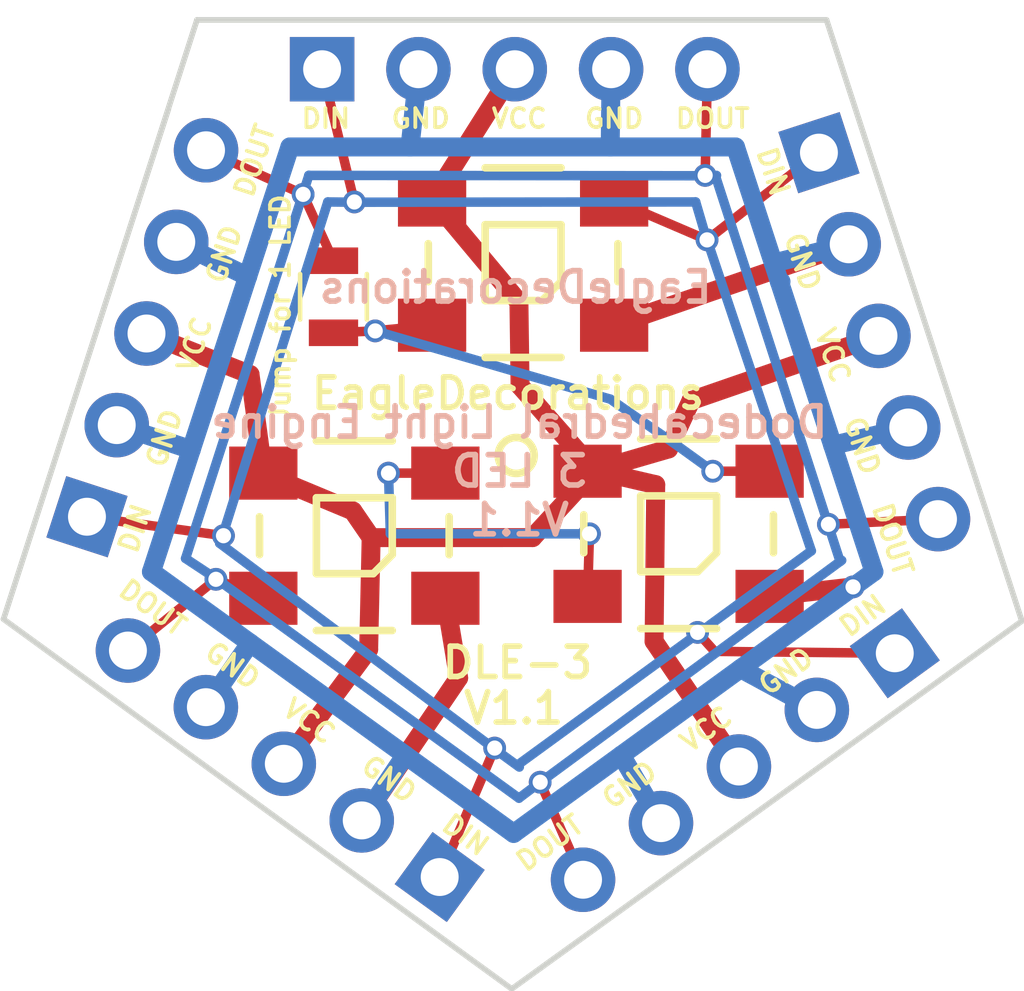
<source format=kicad_pcb>
(kicad_pcb (version 4) (host pcbnew 4.0.7)

  (general
    (links 33)
    (no_connects 0)
    (area 146.324999 81.424999 173.325001 107.125001)
    (thickness 1.6)
    (drawings 13)
    (tracks 136)
    (zones 0)
    (modules 9)
    (nets 7)
  )

  (page A)
  (layers
    (0 F.Cu signal)
    (31 B.Cu signal)
    (32 B.Adhes user)
    (33 F.Adhes user)
    (34 B.Paste user)
    (35 F.Paste user)
    (36 B.SilkS user)
    (37 F.SilkS user)
    (38 B.Mask user)
    (39 F.Mask user)
    (40 Dwgs.User user)
    (41 Cmts.User user)
    (42 Eco1.User user)
    (43 Eco2.User user)
    (44 Edge.Cuts user)
    (45 Margin user)
    (46 B.CrtYd user)
    (47 F.CrtYd user)
    (48 B.Fab user)
    (49 F.Fab user)
  )

  (setup
    (last_trace_width 0.25)
    (user_trace_width 0.5)
    (trace_clearance 0.2)
    (zone_clearance 0.508)
    (zone_45_only no)
    (trace_min 0.2)
    (segment_width 0.2)
    (edge_width 0.15)
    (via_size 0.6)
    (via_drill 0.4)
    (via_min_size 0.4)
    (via_min_drill 0.3)
    (uvia_size 0.3)
    (uvia_drill 0.1)
    (uvias_allowed no)
    (uvia_min_size 0.2)
    (uvia_min_drill 0.1)
    (pcb_text_width 0.3)
    (pcb_text_size 1.5 1.5)
    (mod_edge_width 0.15)
    (mod_text_size 1 1)
    (mod_text_width 0.15)
    (pad_size 1.524 1.524)
    (pad_drill 0.762)
    (pad_to_mask_clearance 0.2)
    (aux_axis_origin 0 0)
    (visible_elements 7FFFEFFF)
    (pcbplotparams
      (layerselection 0x010f0_80000001)
      (usegerberextensions false)
      (excludeedgelayer true)
      (linewidth 0.100000)
      (plotframeref false)
      (viasonmask false)
      (mode 1)
      (useauxorigin false)
      (hpglpennumber 1)
      (hpglpenspeed 20)
      (hpglpendiameter 15)
      (hpglpenoverlay 2)
      (psnegative false)
      (psa4output false)
      (plotreference true)
      (plotvalue true)
      (plotinvisibletext false)
      (padsonsilk false)
      (subtractmaskfromsilk false)
      (outputformat 1)
      (mirror false)
      (drillshape 0)
      (scaleselection 1)
      (outputdirectory Gerbers/))
  )

  (net 0 "")
  (net 1 /VCC)
  (net 2 /GND)
  (net 3 /DOUT)
  (net 4 /DIN)
  (net 5 "Net-(LED1-Pad4)")
  (net 6 "Net-(LED2-Pad4)")

  (net_class Default "This is the default net class."
    (clearance 0.2)
    (trace_width 0.25)
    (via_dia 0.6)
    (via_drill 0.4)
    (uvia_dia 0.3)
    (uvia_drill 0.1)
    (add_net /DIN)
    (add_net /DOUT)
    (add_net /GND)
    (add_net /VCC)
    (add_net "Net-(LED1-Pad4)")
    (add_net "Net-(LED2-Pad4)")
  )

  (module WS2812B:WS2812B (layer F.Cu) (tedit 53BEE615) (tstamp 5A4E61E5)
    (at 160.1 87.9 90)
    (path /5A4E626A)
    (fp_text reference " " (at 0 -4.7 90) (layer F.SilkS)
      (effects (font (size 1 1) (thickness 0.2)))
    )
    (fp_text value " " (at 0 4.8 90) (layer F.SilkS) hide
      (effects (font (size 1 1) (thickness 0.2)))
    )
    (fp_line (start -1 -1) (end 1 -1) (layer F.SilkS) (width 0.2))
    (fp_line (start 1 -1) (end 1 1) (layer F.SilkS) (width 0.2))
    (fp_line (start 1 1) (end -0.5 1) (layer F.SilkS) (width 0.2))
    (fp_line (start -0.5 1) (end -1 0.5) (layer F.SilkS) (width 0.2))
    (fp_line (start -1 0.5) (end -1 -1) (layer F.SilkS) (width 0.2))
    (fp_line (start -2.5 -1) (end -2.5 1) (layer F.SilkS) (width 0.2))
    (fp_line (start -0.5 2.5) (end 0.5 2.5) (layer F.SilkS) (width 0.2))
    (fp_line (start 2.5 -1) (end 2.5 1) (layer F.SilkS) (width 0.2))
    (fp_line (start -0.5 -2.5) (end 0.5 -2.5) (layer F.SilkS) (width 0.2))
    (fp_line (start 2.1 2.5) (end 2.5 2.5) (layer Dwgs.User) (width 0.2))
    (fp_line (start -1.2 2.5) (end 1.2 2.5) (layer Dwgs.User) (width 0.2))
    (fp_line (start -2.5 2.5) (end -2.1 2.5) (layer Dwgs.User) (width 0.2))
    (fp_line (start 2.1 -2.5) (end 2.5 -2.5) (layer Dwgs.User) (width 0.2))
    (fp_line (start -1.2 -2.5) (end 1.2 -2.5) (layer Dwgs.User) (width 0.2))
    (fp_line (start -2.5 -2.5) (end -2.1 -2.5) (layer Dwgs.User) (width 0.2))
    (fp_line (start -2.1 -2.7) (end -1.2 -2.7) (layer Dwgs.User) (width 0.2))
    (fp_line (start -1.2 -2.7) (end -1.2 -1.8) (layer Dwgs.User) (width 0.2))
    (fp_line (start -1.2 -1.8) (end -2.1 -1.8) (layer Dwgs.User) (width 0.2))
    (fp_line (start -2.1 -1.8) (end -2.1 -2.7) (layer Dwgs.User) (width 0.2))
    (fp_line (start 2.1 -2.7) (end 1.2 -2.7) (layer Dwgs.User) (width 0.2))
    (fp_line (start 1.2 -2.7) (end 1.2 -1.8) (layer Dwgs.User) (width 0.2))
    (fp_line (start 1.2 -1.8) (end 2.1 -1.8) (layer Dwgs.User) (width 0.2))
    (fp_line (start 2.1 -1.8) (end 2.1 -2.7) (layer Dwgs.User) (width 0.2))
    (fp_line (start -2.1 2.7) (end -2.1 1.8) (layer Dwgs.User) (width 0.2))
    (fp_line (start -2.1 1.8) (end -1.2 1.8) (layer Dwgs.User) (width 0.2))
    (fp_line (start -1.2 1.8) (end -1.2 2.7) (layer Dwgs.User) (width 0.2))
    (fp_line (start -1.2 2.7) (end -2.1 2.7) (layer Dwgs.User) (width 0.2))
    (fp_line (start 1.2 2.7) (end 1.2 1.8) (layer Dwgs.User) (width 0.2))
    (fp_line (start 1.2 1.8) (end 2.1 1.8) (layer Dwgs.User) (width 0.2))
    (fp_line (start 2.1 1.8) (end 2.1 2.7) (layer Dwgs.User) (width 0.2))
    (fp_line (start 2.1 2.7) (end 1.2 2.7) (layer Dwgs.User) (width 0.2))
    (fp_line (start 2.5 -2.5) (end 2.5 2.5) (layer Dwgs.User) (width 0.2))
    (fp_line (start -2.49936 2.49936) (end -2.49936 -2.49936) (layer Dwgs.User) (width 0.2))
    (pad 1 smd rect (at 1.65 -2.4 90) (size 1.4 1.8) (layers F.Cu F.Paste F.Mask)
      (net 1 /VCC))
    (pad 2 smd rect (at -1.65 -2.4 90) (size 1.4 1.8) (layers F.Cu F.Paste F.Mask)
      (net 6 "Net-(LED2-Pad4)"))
    (pad 3 smd rect (at -1.65 2.4 90) (size 1.4 1.8) (layers F.Cu F.Paste F.Mask)
      (net 2 /GND))
    (pad 4 smd rect (at 1.65 2.4 90) (size 1.4 1.8) (layers F.Cu F.Paste F.Mask)
      (net 4 /DIN))
  )

  (module WS2812B:WS2812B (layer F.Cu) (tedit 53BEE615) (tstamp 5A4E61DD)
    (at 164.2 95.05 90)
    (path /5A4E621B)
    (fp_text reference " " (at 0 -4.7 90) (layer F.SilkS)
      (effects (font (size 1 1) (thickness 0.2)))
    )
    (fp_text value " " (at 0 4.8 90) (layer F.SilkS) hide
      (effects (font (size 1 1) (thickness 0.2)))
    )
    (fp_line (start -1 -1) (end 1 -1) (layer F.SilkS) (width 0.2))
    (fp_line (start 1 -1) (end 1 1) (layer F.SilkS) (width 0.2))
    (fp_line (start 1 1) (end -0.5 1) (layer F.SilkS) (width 0.2))
    (fp_line (start -0.5 1) (end -1 0.5) (layer F.SilkS) (width 0.2))
    (fp_line (start -1 0.5) (end -1 -1) (layer F.SilkS) (width 0.2))
    (fp_line (start -2.5 -1) (end -2.5 1) (layer F.SilkS) (width 0.2))
    (fp_line (start -0.5 2.5) (end 0.5 2.5) (layer F.SilkS) (width 0.2))
    (fp_line (start 2.5 -1) (end 2.5 1) (layer F.SilkS) (width 0.2))
    (fp_line (start -0.5 -2.5) (end 0.5 -2.5) (layer F.SilkS) (width 0.2))
    (fp_line (start 2.1 2.5) (end 2.5 2.5) (layer Dwgs.User) (width 0.2))
    (fp_line (start -1.2 2.5) (end 1.2 2.5) (layer Dwgs.User) (width 0.2))
    (fp_line (start -2.5 2.5) (end -2.1 2.5) (layer Dwgs.User) (width 0.2))
    (fp_line (start 2.1 -2.5) (end 2.5 -2.5) (layer Dwgs.User) (width 0.2))
    (fp_line (start -1.2 -2.5) (end 1.2 -2.5) (layer Dwgs.User) (width 0.2))
    (fp_line (start -2.5 -2.5) (end -2.1 -2.5) (layer Dwgs.User) (width 0.2))
    (fp_line (start -2.1 -2.7) (end -1.2 -2.7) (layer Dwgs.User) (width 0.2))
    (fp_line (start -1.2 -2.7) (end -1.2 -1.8) (layer Dwgs.User) (width 0.2))
    (fp_line (start -1.2 -1.8) (end -2.1 -1.8) (layer Dwgs.User) (width 0.2))
    (fp_line (start -2.1 -1.8) (end -2.1 -2.7) (layer Dwgs.User) (width 0.2))
    (fp_line (start 2.1 -2.7) (end 1.2 -2.7) (layer Dwgs.User) (width 0.2))
    (fp_line (start 1.2 -2.7) (end 1.2 -1.8) (layer Dwgs.User) (width 0.2))
    (fp_line (start 1.2 -1.8) (end 2.1 -1.8) (layer Dwgs.User) (width 0.2))
    (fp_line (start 2.1 -1.8) (end 2.1 -2.7) (layer Dwgs.User) (width 0.2))
    (fp_line (start -2.1 2.7) (end -2.1 1.8) (layer Dwgs.User) (width 0.2))
    (fp_line (start -2.1 1.8) (end -1.2 1.8) (layer Dwgs.User) (width 0.2))
    (fp_line (start -1.2 1.8) (end -1.2 2.7) (layer Dwgs.User) (width 0.2))
    (fp_line (start -1.2 2.7) (end -2.1 2.7) (layer Dwgs.User) (width 0.2))
    (fp_line (start 1.2 2.7) (end 1.2 1.8) (layer Dwgs.User) (width 0.2))
    (fp_line (start 1.2 1.8) (end 2.1 1.8) (layer Dwgs.User) (width 0.2))
    (fp_line (start 2.1 1.8) (end 2.1 2.7) (layer Dwgs.User) (width 0.2))
    (fp_line (start 2.1 2.7) (end 1.2 2.7) (layer Dwgs.User) (width 0.2))
    (fp_line (start 2.5 -2.5) (end 2.5 2.5) (layer Dwgs.User) (width 0.2))
    (fp_line (start -2.49936 2.49936) (end -2.49936 -2.49936) (layer Dwgs.User) (width 0.2))
    (pad 1 smd rect (at 1.65 -2.4 90) (size 1.4 1.8) (layers F.Cu F.Paste F.Mask)
      (net 1 /VCC))
    (pad 2 smd rect (at -1.65 -2.4 90) (size 1.4 1.8) (layers F.Cu F.Paste F.Mask)
      (net 5 "Net-(LED1-Pad4)"))
    (pad 3 smd rect (at -1.65 2.4 90) (size 1.4 1.8) (layers F.Cu F.Paste F.Mask)
      (net 2 /GND))
    (pad 4 smd rect (at 1.65 2.4 90) (size 1.4 1.8) (layers F.Cu F.Paste F.Mask)
      (net 6 "Net-(LED2-Pad4)"))
  )

  (module WS2812B:WS2812B (layer F.Cu) (tedit 53BEE615) (tstamp 5A4E61D5)
    (at 155.65 95.1 90)
    (path /5A494509)
    (fp_text reference " " (at 0 -4.7 90) (layer F.SilkS)
      (effects (font (size 1 1) (thickness 0.2)))
    )
    (fp_text value " " (at 0 4.8 90) (layer F.SilkS) hide
      (effects (font (size 1 1) (thickness 0.2)))
    )
    (fp_line (start -1 -1) (end 1 -1) (layer F.SilkS) (width 0.2))
    (fp_line (start 1 -1) (end 1 1) (layer F.SilkS) (width 0.2))
    (fp_line (start 1 1) (end -0.5 1) (layer F.SilkS) (width 0.2))
    (fp_line (start -0.5 1) (end -1 0.5) (layer F.SilkS) (width 0.2))
    (fp_line (start -1 0.5) (end -1 -1) (layer F.SilkS) (width 0.2))
    (fp_line (start -2.5 -1) (end -2.5 1) (layer F.SilkS) (width 0.2))
    (fp_line (start -0.5 2.5) (end 0.5 2.5) (layer F.SilkS) (width 0.2))
    (fp_line (start 2.5 -1) (end 2.5 1) (layer F.SilkS) (width 0.2))
    (fp_line (start -0.5 -2.5) (end 0.5 -2.5) (layer F.SilkS) (width 0.2))
    (fp_line (start 2.1 2.5) (end 2.5 2.5) (layer Dwgs.User) (width 0.2))
    (fp_line (start -1.2 2.5) (end 1.2 2.5) (layer Dwgs.User) (width 0.2))
    (fp_line (start -2.5 2.5) (end -2.1 2.5) (layer Dwgs.User) (width 0.2))
    (fp_line (start 2.1 -2.5) (end 2.5 -2.5) (layer Dwgs.User) (width 0.2))
    (fp_line (start -1.2 -2.5) (end 1.2 -2.5) (layer Dwgs.User) (width 0.2))
    (fp_line (start -2.5 -2.5) (end -2.1 -2.5) (layer Dwgs.User) (width 0.2))
    (fp_line (start -2.1 -2.7) (end -1.2 -2.7) (layer Dwgs.User) (width 0.2))
    (fp_line (start -1.2 -2.7) (end -1.2 -1.8) (layer Dwgs.User) (width 0.2))
    (fp_line (start -1.2 -1.8) (end -2.1 -1.8) (layer Dwgs.User) (width 0.2))
    (fp_line (start -2.1 -1.8) (end -2.1 -2.7) (layer Dwgs.User) (width 0.2))
    (fp_line (start 2.1 -2.7) (end 1.2 -2.7) (layer Dwgs.User) (width 0.2))
    (fp_line (start 1.2 -2.7) (end 1.2 -1.8) (layer Dwgs.User) (width 0.2))
    (fp_line (start 1.2 -1.8) (end 2.1 -1.8) (layer Dwgs.User) (width 0.2))
    (fp_line (start 2.1 -1.8) (end 2.1 -2.7) (layer Dwgs.User) (width 0.2))
    (fp_line (start -2.1 2.7) (end -2.1 1.8) (layer Dwgs.User) (width 0.2))
    (fp_line (start -2.1 1.8) (end -1.2 1.8) (layer Dwgs.User) (width 0.2))
    (fp_line (start -1.2 1.8) (end -1.2 2.7) (layer Dwgs.User) (width 0.2))
    (fp_line (start -1.2 2.7) (end -2.1 2.7) (layer Dwgs.User) (width 0.2))
    (fp_line (start 1.2 2.7) (end 1.2 1.8) (layer Dwgs.User) (width 0.2))
    (fp_line (start 1.2 1.8) (end 2.1 1.8) (layer Dwgs.User) (width 0.2))
    (fp_line (start 2.1 1.8) (end 2.1 2.7) (layer Dwgs.User) (width 0.2))
    (fp_line (start 2.1 2.7) (end 1.2 2.7) (layer Dwgs.User) (width 0.2))
    (fp_line (start 2.5 -2.5) (end 2.5 2.5) (layer Dwgs.User) (width 0.2))
    (fp_line (start -2.49936 2.49936) (end -2.49936 -2.49936) (layer Dwgs.User) (width 0.2))
    (pad 1 smd rect (at 1.65 -2.4 90) (size 1.4 1.8) (layers F.Cu F.Paste F.Mask)
      (net 1 /VCC))
    (pad 2 smd rect (at -1.65 -2.4 90) (size 1.4 1.8) (layers F.Cu F.Paste F.Mask)
      (net 3 /DOUT))
    (pad 3 smd rect (at -1.65 2.4 90) (size 1.4 1.8) (layers F.Cu F.Paste F.Mask)
      (net 2 /GND))
    (pad 4 smd rect (at 1.65 2.4 90) (size 1.4 1.8) (layers F.Cu F.Paste F.Mask)
      (net 5 "Net-(LED1-Pad4)"))
  )

  (module SmallHeader:Pin_Header_Straight_1x05_Pitch2.54mm (layer F.Cu) (tedit 5A5E4A76) (tstamp 5A4D6E3B)
    (at 148.6 94.6 162)
    (descr "Through hole straight pin header, 1x05, 2.54mm pitch, single row")
    (tags "Through hole pin header THT 1x05 2.54mm single row")
    (path /5A4CFF73)
    (fp_text reference " " (at 0 -2.33 162) (layer F.SilkS)
      (effects (font (size 1 1) (thickness 0.15)))
    )
    (fp_text value " " (at 0 12.49 162) (layer F.Fab)
      (effects (font (size 1 1) (thickness 0.15)))
    )
    (fp_text user GND (at -1.3 2.6 252) (layer F.SilkS)
      (effects (font (size 0.5 0.5) (thickness 0.1)))
    )
    (fp_text user DOUT (at -1.3 10.3 252) (layer F.SilkS)
      (effects (font (size 0.5 0.5) (thickness 0.1)))
    )
    (fp_text user GND (at -1.3 7.7 252) (layer F.SilkS)
      (effects (font (size 0.5 0.5) (thickness 0.1)))
    )
    (fp_text user DIN (at -1.3 0.1 252) (layer F.SilkS)
      (effects (font (size 0.5 0.5) (thickness 0.1)))
    )
    (fp_text user VCC (at -1.3 5.2 252) (layer F.SilkS)
      (effects (font (size 0.5 0.5) (thickness 0.1)))
    )
    (fp_line (start -0.635 -1.27) (end 1.27 -1.27) (layer F.Fab) (width 0.1))
    (fp_line (start 1.27 -1.27) (end 1.27 11.43) (layer F.Fab) (width 0.1))
    (fp_line (start 1.27 11.43) (end -1.27 11.43) (layer F.Fab) (width 0.1))
    (fp_line (start -1.27 11.43) (end -1.27 -0.635) (layer F.Fab) (width 0.1))
    (fp_line (start -1.27 -0.635) (end -0.635 -1.27) (layer F.Fab) (width 0.1))
    (fp_line (start -1.8 -1.8) (end -1.8 11.95) (layer F.CrtYd) (width 0.05))
    (fp_line (start -1.8 11.95) (end 1.8 11.95) (layer F.CrtYd) (width 0.05))
    (fp_line (start 1.8 11.95) (end 1.8 -1.8) (layer F.CrtYd) (width 0.05))
    (fp_line (start 1.8 -1.8) (end -1.8 -1.8) (layer F.CrtYd) (width 0.05))
    (fp_text user %R (at 0 5.08 252) (layer F.Fab)
      (effects (font (size 1 1) (thickness 0.15)))
    )
    (pad 1 thru_hole rect (at 0 0 162) (size 1.7 1.7) (drill 1) (layers *.Cu *.Mask)
      (net 4 /DIN))
    (pad 2 thru_hole oval (at 0 2.54 162) (size 1.7 1.7) (drill 1) (layers *.Cu *.Mask)
      (net 2 /GND))
    (pad 3 thru_hole oval (at 0 5.08 162) (size 1.7 1.7) (drill 1) (layers *.Cu *.Mask)
      (net 1 /VCC))
    (pad 4 thru_hole oval (at 0 7.62 162) (size 1.7 1.7) (drill 1) (layers *.Cu *.Mask)
      (net 2 /GND))
    (pad 5 thru_hole oval (at 0 10.16 162) (size 1.7 1.7) (drill 1) (layers *.Cu *.Mask)
      (net 3 /DOUT))
    (model ${KISYS3DMOD}/Pin_Headers.3dshapes/Pin_Header_Straight_1x05_Pitch2.54mm.wrl
      (at (xyz 0 0 0))
      (scale (xyz 1 1 1))
      (rotate (xyz 0 0 0))
    )
  )

  (module SmallHeader:Pin_Header_Straight_1x05_Pitch2.54mm (layer F.Cu) (tedit 5A5E4A76) (tstamp 5A4D6E2B)
    (at 167.9 85 18)
    (descr "Through hole straight pin header, 1x05, 2.54mm pitch, single row")
    (tags "Through hole pin header THT 1x05 2.54mm single row")
    (path /5A4CFF68)
    (fp_text reference " " (at 0 -2.33 18) (layer F.SilkS)
      (effects (font (size 1 1) (thickness 0.15)))
    )
    (fp_text value " " (at 0 12.49 18) (layer F.Fab)
      (effects (font (size 1 1) (thickness 0.15)))
    )
    (fp_text user GND (at -1.3 2.6 108) (layer F.SilkS)
      (effects (font (size 0.5 0.5) (thickness 0.1)))
    )
    (fp_text user DOUT (at -1.3 10.3 108) (layer F.SilkS)
      (effects (font (size 0.5 0.5) (thickness 0.1)))
    )
    (fp_text user GND (at -1.3 7.7 108) (layer F.SilkS)
      (effects (font (size 0.5 0.5) (thickness 0.1)))
    )
    (fp_text user DIN (at -1.3 0.1 108) (layer F.SilkS)
      (effects (font (size 0.5 0.5) (thickness 0.1)))
    )
    (fp_text user VCC (at -1.3 5.2 108) (layer F.SilkS)
      (effects (font (size 0.5 0.5) (thickness 0.1)))
    )
    (fp_line (start -0.635 -1.27) (end 1.27 -1.27) (layer F.Fab) (width 0.1))
    (fp_line (start 1.27 -1.27) (end 1.27 11.43) (layer F.Fab) (width 0.1))
    (fp_line (start 1.27 11.43) (end -1.27 11.43) (layer F.Fab) (width 0.1))
    (fp_line (start -1.27 11.43) (end -1.27 -0.635) (layer F.Fab) (width 0.1))
    (fp_line (start -1.27 -0.635) (end -0.635 -1.27) (layer F.Fab) (width 0.1))
    (fp_line (start -1.8 -1.8) (end -1.8 11.95) (layer F.CrtYd) (width 0.05))
    (fp_line (start -1.8 11.95) (end 1.8 11.95) (layer F.CrtYd) (width 0.05))
    (fp_line (start 1.8 11.95) (end 1.8 -1.8) (layer F.CrtYd) (width 0.05))
    (fp_line (start 1.8 -1.8) (end -1.8 -1.8) (layer F.CrtYd) (width 0.05))
    (fp_text user %R (at 0 5.08 108) (layer F.Fab)
      (effects (font (size 1 1) (thickness 0.15)))
    )
    (pad 1 thru_hole rect (at 0 0 18) (size 1.7 1.7) (drill 1) (layers *.Cu *.Mask)
      (net 4 /DIN))
    (pad 2 thru_hole oval (at 0 2.54 18) (size 1.7 1.7) (drill 1) (layers *.Cu *.Mask)
      (net 2 /GND))
    (pad 3 thru_hole oval (at 0 5.08 18) (size 1.7 1.7) (drill 1) (layers *.Cu *.Mask)
      (net 1 /VCC))
    (pad 4 thru_hole oval (at 0 7.62 18) (size 1.7 1.7) (drill 1) (layers *.Cu *.Mask)
      (net 2 /GND))
    (pad 5 thru_hole oval (at 0 10.16 18) (size 1.7 1.7) (drill 1) (layers *.Cu *.Mask)
      (net 3 /DOUT))
    (model ${KISYS3DMOD}/Pin_Headers.3dshapes/Pin_Header_Straight_1x05_Pitch2.54mm.wrl
      (at (xyz 0 0 0))
      (scale (xyz 1 1 1))
      (rotate (xyz 0 0 0))
    )
  )

  (module SmallHeader:Pin_Header_Straight_1x05_Pitch2.54mm (layer F.Cu) (tedit 5A5E4A76) (tstamp 5A4D6E23)
    (at 169.9 98.2 306)
    (descr "Through hole straight pin header, 1x05, 2.54mm pitch, single row")
    (tags "Through hole pin header THT 1x05 2.54mm single row")
    (path /5A4CFF32)
    (fp_text reference " " (at 0 -2.33 306) (layer F.SilkS)
      (effects (font (size 1 1) (thickness 0.15)))
    )
    (fp_text value " " (at 0 12.49 306) (layer F.Fab)
      (effects (font (size 1 1) (thickness 0.15)))
    )
    (fp_text user GND (at -1.3 2.6 396) (layer F.SilkS)
      (effects (font (size 0.5 0.5) (thickness 0.1)))
    )
    (fp_text user DOUT (at -1.3 10.3 396) (layer F.SilkS)
      (effects (font (size 0.5 0.5) (thickness 0.1)))
    )
    (fp_text user GND (at -1.3 7.7 396) (layer F.SilkS)
      (effects (font (size 0.5 0.5) (thickness 0.1)))
    )
    (fp_text user DIN (at -1.3 0.1 396) (layer F.SilkS)
      (effects (font (size 0.5 0.5) (thickness 0.1)))
    )
    (fp_text user VCC (at -1.3 5.2 396) (layer F.SilkS)
      (effects (font (size 0.5 0.5) (thickness 0.1)))
    )
    (fp_line (start -0.635 -1.27) (end 1.27 -1.27) (layer F.Fab) (width 0.1))
    (fp_line (start 1.27 -1.27) (end 1.27 11.43) (layer F.Fab) (width 0.1))
    (fp_line (start 1.27 11.43) (end -1.27 11.43) (layer F.Fab) (width 0.1))
    (fp_line (start -1.27 11.43) (end -1.27 -0.635) (layer F.Fab) (width 0.1))
    (fp_line (start -1.27 -0.635) (end -0.635 -1.27) (layer F.Fab) (width 0.1))
    (fp_line (start -1.8 -1.8) (end -1.8 11.95) (layer F.CrtYd) (width 0.05))
    (fp_line (start -1.8 11.95) (end 1.8 11.95) (layer F.CrtYd) (width 0.05))
    (fp_line (start 1.8 11.95) (end 1.8 -1.8) (layer F.CrtYd) (width 0.05))
    (fp_line (start 1.8 -1.8) (end -1.8 -1.8) (layer F.CrtYd) (width 0.05))
    (fp_text user %R (at 0 5.08 396) (layer F.Fab)
      (effects (font (size 1 1) (thickness 0.15)))
    )
    (pad 1 thru_hole rect (at 0 0 306) (size 1.7 1.7) (drill 1) (layers *.Cu *.Mask)
      (net 4 /DIN))
    (pad 2 thru_hole oval (at 0 2.54 306) (size 1.7 1.7) (drill 1) (layers *.Cu *.Mask)
      (net 2 /GND))
    (pad 3 thru_hole oval (at 0 5.08 306) (size 1.7 1.7) (drill 1) (layers *.Cu *.Mask)
      (net 1 /VCC))
    (pad 4 thru_hole oval (at 0 7.62 306) (size 1.7 1.7) (drill 1) (layers *.Cu *.Mask)
      (net 2 /GND))
    (pad 5 thru_hole oval (at 0 10.16 306) (size 1.7 1.7) (drill 1) (layers *.Cu *.Mask)
      (net 3 /DOUT))
    (model ${KISYS3DMOD}/Pin_Headers.3dshapes/Pin_Header_Straight_1x05_Pitch2.54mm.wrl
      (at (xyz 0 0 0))
      (scale (xyz 1 1 1))
      (rotate (xyz 0 0 0))
    )
  )

  (module SmallHeader:Pin_Header_Straight_1x05_Pitch2.54mm (layer F.Cu) (tedit 5A5E4A76) (tstamp 5A4D6E1B)
    (at 154.8 82.8 90)
    (descr "Through hole straight pin header, 1x05, 2.54mm pitch, single row")
    (tags "Through hole pin header THT 1x05 2.54mm single row")
    (path /5A4CFE42)
    (fp_text reference " " (at 0 -2.33 90) (layer F.SilkS)
      (effects (font (size 1 1) (thickness 0.15)))
    )
    (fp_text value " " (at 0 12.49 90) (layer F.Fab)
      (effects (font (size 1 1) (thickness 0.15)))
    )
    (fp_text user GND (at -1.3 2.6 180) (layer F.SilkS)
      (effects (font (size 0.5 0.5) (thickness 0.1)))
    )
    (fp_text user DOUT (at -1.3 10.3 180) (layer F.SilkS)
      (effects (font (size 0.5 0.5) (thickness 0.1)))
    )
    (fp_text user GND (at -1.3 7.7 180) (layer F.SilkS)
      (effects (font (size 0.5 0.5) (thickness 0.1)))
    )
    (fp_text user DIN (at -1.3 0.1 180) (layer F.SilkS)
      (effects (font (size 0.5 0.5) (thickness 0.1)))
    )
    (fp_text user VCC (at -1.3 5.2 180) (layer F.SilkS)
      (effects (font (size 0.5 0.5) (thickness 0.1)))
    )
    (fp_line (start -0.635 -1.27) (end 1.27 -1.27) (layer F.Fab) (width 0.1))
    (fp_line (start 1.27 -1.27) (end 1.27 11.43) (layer F.Fab) (width 0.1))
    (fp_line (start 1.27 11.43) (end -1.27 11.43) (layer F.Fab) (width 0.1))
    (fp_line (start -1.27 11.43) (end -1.27 -0.635) (layer F.Fab) (width 0.1))
    (fp_line (start -1.27 -0.635) (end -0.635 -1.27) (layer F.Fab) (width 0.1))
    (fp_line (start -1.8 -1.8) (end -1.8 11.95) (layer F.CrtYd) (width 0.05))
    (fp_line (start -1.8 11.95) (end 1.8 11.95) (layer F.CrtYd) (width 0.05))
    (fp_line (start 1.8 11.95) (end 1.8 -1.8) (layer F.CrtYd) (width 0.05))
    (fp_line (start 1.8 -1.8) (end -1.8 -1.8) (layer F.CrtYd) (width 0.05))
    (fp_text user %R (at 0 5.08 180) (layer F.Fab)
      (effects (font (size 1 1) (thickness 0.15)))
    )
    (pad 1 thru_hole rect (at 0 0 90) (size 1.7 1.7) (drill 1) (layers *.Cu *.Mask)
      (net 4 /DIN))
    (pad 2 thru_hole oval (at 0 2.54 90) (size 1.7 1.7) (drill 1) (layers *.Cu *.Mask)
      (net 2 /GND))
    (pad 3 thru_hole oval (at 0 5.08 90) (size 1.7 1.7) (drill 1) (layers *.Cu *.Mask)
      (net 1 /VCC))
    (pad 4 thru_hole oval (at 0 7.62 90) (size 1.7 1.7) (drill 1) (layers *.Cu *.Mask)
      (net 2 /GND))
    (pad 5 thru_hole oval (at 0 10.16 90) (size 1.7 1.7) (drill 1) (layers *.Cu *.Mask)
      (net 3 /DOUT))
    (model ${KISYS3DMOD}/Pin_Headers.3dshapes/Pin_Header_Straight_1x05_Pitch2.54mm.wrl
      (at (xyz 0 0 0))
      (scale (xyz 1 1 1))
      (rotate (xyz 0 0 0))
    )
  )

  (module SmallHeader:Pin_Header_Straight_1x05_Pitch2.54mm (layer F.Cu) (tedit 5A5E4A76) (tstamp 5A4D6E33)
    (at 157.9 104.1 234)
    (descr "Through hole straight pin header, 1x05, 2.54mm pitch, single row")
    (tags "Through hole pin header THT 1x05 2.54mm single row")
    (path /5A4CFF95)
    (fp_text reference " " (at 0 -2.33 234) (layer F.SilkS)
      (effects (font (size 1 1) (thickness 0.15)))
    )
    (fp_text value " " (at 0 12.49 234) (layer F.Fab)
      (effects (font (size 1 1) (thickness 0.15)))
    )
    (fp_text user GND (at -1.3 2.6 324) (layer F.SilkS)
      (effects (font (size 0.5 0.5) (thickness 0.1)))
    )
    (fp_text user DOUT (at -1.3 10.3 324) (layer F.SilkS)
      (effects (font (size 0.5 0.5) (thickness 0.1)))
    )
    (fp_text user GND (at -1.3 7.7 324) (layer F.SilkS)
      (effects (font (size 0.5 0.5) (thickness 0.1)))
    )
    (fp_text user DIN (at -1.3 0.1 324) (layer F.SilkS)
      (effects (font (size 0.5 0.5) (thickness 0.1)))
    )
    (fp_text user VCC (at -1.3 5.2 324) (layer F.SilkS)
      (effects (font (size 0.5 0.5) (thickness 0.1)))
    )
    (fp_line (start -0.635 -1.27) (end 1.27 -1.27) (layer F.Fab) (width 0.1))
    (fp_line (start 1.27 -1.27) (end 1.27 11.43) (layer F.Fab) (width 0.1))
    (fp_line (start 1.27 11.43) (end -1.27 11.43) (layer F.Fab) (width 0.1))
    (fp_line (start -1.27 11.43) (end -1.27 -0.635) (layer F.Fab) (width 0.1))
    (fp_line (start -1.27 -0.635) (end -0.635 -1.27) (layer F.Fab) (width 0.1))
    (fp_line (start -1.8 -1.8) (end -1.8 11.95) (layer F.CrtYd) (width 0.05))
    (fp_line (start -1.8 11.95) (end 1.8 11.95) (layer F.CrtYd) (width 0.05))
    (fp_line (start 1.8 11.95) (end 1.8 -1.8) (layer F.CrtYd) (width 0.05))
    (fp_line (start 1.8 -1.8) (end -1.8 -1.8) (layer F.CrtYd) (width 0.05))
    (fp_text user %R (at 0 5.08 324) (layer F.Fab)
      (effects (font (size 1 1) (thickness 0.15)))
    )
    (pad 1 thru_hole rect (at 0 0 234) (size 1.7 1.7) (drill 1) (layers *.Cu *.Mask)
      (net 4 /DIN))
    (pad 2 thru_hole oval (at 0 2.54 234) (size 1.7 1.7) (drill 1) (layers *.Cu *.Mask)
      (net 2 /GND))
    (pad 3 thru_hole oval (at 0 5.08 234) (size 1.7 1.7) (drill 1) (layers *.Cu *.Mask)
      (net 1 /VCC))
    (pad 4 thru_hole oval (at 0 7.62 234) (size 1.7 1.7) (drill 1) (layers *.Cu *.Mask)
      (net 2 /GND))
    (pad 5 thru_hole oval (at 0 10.16 234) (size 1.7 1.7) (drill 1) (layers *.Cu *.Mask)
      (net 3 /DOUT))
    (model ${KISYS3DMOD}/Pin_Headers.3dshapes/Pin_Header_Straight_1x05_Pitch2.54mm.wrl
      (at (xyz 0 0 0))
      (scale (xyz 1 1 1))
      (rotate (xyz 0 0 0))
    )
  )

  (module Resistors_SMD:R_0805 (layer F.Cu) (tedit 5A5E56CD) (tstamp 5A5E7D0C)
    (at 155.1 88.8 270)
    (descr "Resistor SMD 0805, reflow soldering, Vishay (see dcrcw.pdf)")
    (tags "resistor 0805")
    (path /5A5E5562)
    (attr smd)
    (fp_text reference " " (at 0 -1.65 270) (layer F.SilkS)
      (effects (font (size 1 1) (thickness 0.15)))
    )
    (fp_text value " " (at 0 1.75 270) (layer F.Fab)
      (effects (font (size 1 1) (thickness 0.15)))
    )
    (fp_text user %R (at 0 0 270) (layer F.Fab)
      (effects (font (size 0.5 0.5) (thickness 0.075)))
    )
    (fp_line (start -1 0.62) (end -1 -0.62) (layer F.Fab) (width 0.1))
    (fp_line (start 1 0.62) (end -1 0.62) (layer F.Fab) (width 0.1))
    (fp_line (start 1 -0.62) (end 1 0.62) (layer F.Fab) (width 0.1))
    (fp_line (start -1 -0.62) (end 1 -0.62) (layer F.Fab) (width 0.1))
    (fp_line (start 0.6 0.88) (end -0.6 0.88) (layer F.SilkS) (width 0.12))
    (fp_line (start -0.6 -0.88) (end 0.6 -0.88) (layer F.SilkS) (width 0.12))
    (fp_line (start -1.55 -0.9) (end 1.55 -0.9) (layer F.CrtYd) (width 0.05))
    (fp_line (start -1.55 -0.9) (end -1.55 0.9) (layer F.CrtYd) (width 0.05))
    (fp_line (start 1.55 0.9) (end 1.55 -0.9) (layer F.CrtYd) (width 0.05))
    (fp_line (start 1.55 0.9) (end -1.55 0.9) (layer F.CrtYd) (width 0.05))
    (pad 1 smd rect (at -0.95 0 270) (size 0.7 1.3) (layers F.Cu F.Paste F.Mask)
      (net 3 /DOUT))
    (pad 2 smd rect (at 0.95 0 270) (size 0.7 1.3) (layers F.Cu F.Paste F.Mask)
      (net 6 "Net-(LED2-Pad4)"))
    (model ${KISYS3DMOD}/Resistors_SMD.3dshapes/R_0805.wrl
      (at (xyz 0 0 0))
      (scale (xyz 1 1 1))
      (rotate (xyz 0 0 0))
    )
  )

  (gr_text "Dodecahedral Light Engine\n3 LED\nV1.1" (at 160 93.4) (layer B.SilkS)
    (effects (font (size 0.8 0.8) (thickness 0.15)) (justify mirror))
  )
  (gr_text EagleDecorations (at 159.9 88.55) (layer B.SilkS)
    (effects (font (size 0.8 0.8) (thickness 0.15)) (justify mirror))
  )
  (gr_text "Jump for 1 LED" (at 153.7 89.1 90) (layer F.SilkS)
    (effects (font (size 0.5 0.5) (thickness 0.1)))
  )
  (gr_line (start 151.5 81.5) (end 146.4 97.3) (angle 90) (layer Edge.Cuts) (width 0.15))
  (gr_line (start 168.1 81.5) (end 151.5 81.5) (angle 90) (layer Edge.Cuts) (width 0.15))
  (gr_line (start 173.25 97.35) (end 168.1 81.5) (angle 90) (layer Edge.Cuts) (width 0.15))
  (gr_line (start 159.8 107.05) (end 173.25 97.35) (angle 90) (layer Edge.Cuts) (width 0.15))
  (gr_line (start 146.4 97.3) (end 159.8 107.05) (angle 90) (layer Edge.Cuts) (width 0.15))
  (gr_circle (center 159.9184 92.98432) (end 159.59328 92.63888) (layer F.SilkS) (width 0.2))
  (gr_text V1.1 (at 159.85 99.65) (layer F.SilkS)
    (effects (font (size 0.8 0.8) (thickness 0.15)))
  )
  (gr_text DLE-3 (at 159.95 98.45) (layer F.SilkS)
    (effects (font (size 0.8 0.8) (thickness 0.15)))
  )
  (gr_text EagleDecorations (at 159.7 91.35) (layer F.SilkS)
    (effects (font (size 0.8 0.8) (thickness 0.15)))
  )
  (gr_line (start 146.404628 97.295691) (end 150.7705 83.85892) (layer Edge.Cuts) (width 0.1))

  (segment (start 165.790194 101.185949) (end 163.553909 97.887666) (width 0.5) (layer F.Cu) (net 1) (tstamp 5A5E3858))
  (segment (start 163.553909 97.887666) (end 163.596139 93.754373) (width 0.5) (layer F.Cu) (net 1) (tstamp 5A4E5AEF))
  (segment (start 163.596139 93.754373) (end 161.98288 93.37968) (width 0.5) (layer F.Cu) (net 1) (tstamp 5A4E5AF5) (status 20))
  (segment (start 153.790194 101.114051) (end 156.02712 98.09988) (width 0.5) (layer F.Cu) (net 1) (tstamp 5A5E3851))
  (segment (start 156.02712 98.09988) (end 156.093536 95.150981) (width 0.5) (layer F.Cu) (net 1) (tstamp 5A4E5B09))
  (segment (start 150.169806 89.768633) (end 152.9 90.85) (width 0.5) (layer F.Cu) (net 1) (tstamp 5A5E3848))
  (segment (start 152.9 90.85) (end 153.25 93.45) (width 0.5) (layer F.Cu) (net 1) (tstamp 5A5E3849) (status 20))
  (segment (start 164.527313 91.539467) (end 169.469806 89.831367) (width 0.5) (layer F.Cu) (net 1) (tstamp 5A5E3844))
  (segment (start 159.88 82.8) (end 157.7 86.25) (width 0.5) (layer F.Cu) (net 1) (tstamp 5A5E383C) (status 20))
  (segment (start 153.16872 93.42968) (end 155.61056 94.44736) (width 0.5) (layer F.Cu) (net 1) (tstamp 5A4E5AFD) (status 10))
  (segment (start 157.74064 86.25) (end 159.98952 88.94064) (width 0.5) (layer F.Cu) (net 1) (tstamp 5A4E5AC5) (status 10))
  (segment (start 159.98952 88.94064) (end 160.02 91.15044) (width 0.5) (layer F.Cu) (net 1) (tstamp 5A4E5AC9))
  (segment (start 155.61056 94.44736) (end 155.61216 94.448566) (width 0.25) (layer F.Cu) (net 1) (tstamp 5A4D74C6))
  (segment (start 153.16872 93.42968) (end 153.16872 93.42968) (width 0.25) (layer F.Cu) (net 1) (tstamp 5A4D7139) (status 30))
  (segment (start 155.61056 94.44736) (end 156.093536 95.150981) (width 0.5) (layer F.Cu) (net 1) (tstamp 5A4E5AFE))
  (segment (start 160.02 91.15044) (end 161.98288 93.37968) (width 0.5) (layer F.Cu) (net 1) (tstamp 5A4E5ACD) (status 20))
  (segment (start 163.93668 92.8116) (end 161.98288 93.37968) (width 0.5) (layer F.Cu) (net 1) (tstamp 5A4E5ADE) (status 20))
  (segment (start 164.53104 91.53144) (end 164.527313 91.539467) (width 0.5) (layer F.Cu) (net 1) (tstamp 5A4E5ADC))
  (segment (start 164.527313 91.539467) (end 163.93668 92.8116) (width 0.5) (layer F.Cu) (net 1) (tstamp 5A5E3842))
  (segment (start 156.093536 95.150981) (end 160.349988 95.15) (width 0.5) (layer F.Cu) (net 1) (tstamp 5A4E5B0D))
  (segment (start 160.349988 95.15) (end 161.98288 93.37968) (width 0.5) (layer F.Cu) (net 1) (tstamp 5A4E5B01) (status 20))
  (segment (start 159.85 102.95) (end 162.689023 100.887973) (width 0.5) (layer B.Cu) (net 2) (tstamp 5A5E4D45))
  (segment (start 162.5 89.55) (end 168.684903 87.415684) (width 0.5) (layer F.Cu) (net 2) (tstamp 5A5E4DAD) (status 10))
  (segment (start 155.845097 102.607025) (end 158.4 98.85) (width 0.5) (layer F.Cu) (net 2) (tstamp 5A5E4DA6))
  (segment (start 158.4 98.85) (end 158.05 96.75) (width 0.5) (layer F.Cu) (net 2) (tstamp 5A5E4DA7) (status 20))
  (segment (start 166.6 96.7) (end 168.8 96.45) (width 0.5) (layer F.Cu) (net 2) (tstamp 5A5E4D94) (status 10))
  (segment (start 168.8 96.45) (end 168.79975 96.449655) (width 0.5) (layer B.Cu) (net 2) (tstamp 5A5E4D97))
  (via (at 168.8 96.45) (size 0.6) (drill 0.4) (layers F.Cu B.Cu) (net 2))
  (segment (start 166.9 88.4) (end 166.861056 88.412692) (width 0.5) (layer B.Cu) (net 2) (tstamp 5A5E4D8F))
  (segment (start 150.954709 87.352949) (end 152.837118 88.26487) (width 0.5) (layer B.Cu) (net 2) (tstamp 5A5E4D87))
  (segment (start 152.837118 88.26487) (end 152.837118 88.264871) (width 0.5) (layer B.Cu) (net 2) (tstamp 5A5E4D89))
  (segment (start 149.384903 92.184316) (end 151.348713 92.832032) (width 0.5) (layer B.Cu) (net 2) (tstamp 5A5E4D82))
  (segment (start 151.348713 92.832032) (end 151.348713 92.832031) (width 0.5) (layer B.Cu) (net 2) (tstamp 5A5E4D84))
  (segment (start 157.34 82.8) (end 157.117429 84.85) (width 0.5) (layer B.Cu) (net 2) (tstamp 5A5E4D7A))
  (segment (start 162.42 82.8) (end 162.396571 84.85) (width 0.5) (layer B.Cu) (net 2) (tstamp 5A5E4D75))
  (segment (start 168.684903 87.415684) (end 166.69822 87.913031) (width 0.5) (layer B.Cu) (net 2) (tstamp 5A5E4D70))
  (segment (start 170.254709 92.247051) (end 168.263996 92.717604) (width 0.5) (layer B.Cu) (net 2) (tstamp 5A5E4D6B))
  (segment (start 167.845097 99.692975) (end 165.831996 98.605182) (width 0.5) (layer B.Cu) (net 2) (tstamp 5A5E4D66))
  (segment (start 163.735291 102.678924) (end 162.689023 100.887973) (width 0.5) (layer B.Cu) (net 2) (tstamp 5A5E4D61))
  (segment (start 153.95 84.85) (end 152.837118 88.264871) (width 0.5) (layer B.Cu) (net 2) (tstamp 5A5E4D42))
  (segment (start 152.837118 88.264871) (end 151.348713 92.832031) (width 0.5) (layer B.Cu) (net 2) (tstamp 5A5E4D8A))
  (segment (start 151.348713 92.832031) (end 150.3 96.05) (width 0.5) (layer B.Cu) (net 2) (tstamp 5A5E4D85))
  (segment (start 165.7 84.85) (end 162.396571 84.85) (width 0.5) (layer B.Cu) (net 2) (tstamp 5A5E4D49))
  (segment (start 162.396571 84.85) (end 157.117429 84.85) (width 0.5) (layer B.Cu) (net 2) (tstamp 5A5E4D78))
  (segment (start 157.117429 84.85) (end 153.95 84.85) (width 0.5) (layer B.Cu) (net 2) (tstamp 5A5E4D7D))
  (segment (start 169.35 96.05) (end 168.263996 92.717604) (width 0.5) (layer B.Cu) (net 2) (tstamp 5A5E4D47))
  (segment (start 168.263996 92.717604) (end 166.861056 88.412692) (width 0.5) (layer B.Cu) (net 2) (tstamp 5A5E4D6E))
  (segment (start 166.861056 88.412692) (end 166.69822 87.913031) (width 0.5) (layer B.Cu) (net 2) (tstamp 5A5E4D92))
  (segment (start 166.69822 87.913031) (end 165.7 84.85) (width 0.5) (layer B.Cu) (net 2) (tstamp 5A5E4D73))
  (segment (start 162.689023 100.887973) (end 165.831996 98.605182) (width 0.5) (layer B.Cu) (net 2) (tstamp 5A5E4D64))
  (segment (start 165.831996 98.605182) (end 168.79975 96.449655) (width 0.5) (layer B.Cu) (net 2) (tstamp 5A5E4D69))
  (segment (start 168.79975 96.449655) (end 169.35 96.05) (width 0.5) (layer B.Cu) (net 2) (tstamp 5A5E4D9A))
  (segment (start 150.3 96.05) (end 152.901843 97.929866) (width 0.5) (layer B.Cu) (net 2) (tstamp 5A5E4D43))
  (segment (start 152.901843 97.929866) (end 156.992895 100.885704) (width 0.5) (layer B.Cu) (net 2) (tstamp 5A5E4D55))
  (segment (start 156.992895 100.885704) (end 159.85 102.95) (width 0.5) (layer B.Cu) (net 2) (tstamp 5A5E4D5A))
  (segment (start 155.845097 102.607025) (end 156.992895 100.885704) (width 0.5) (layer B.Cu) (net 2) (tstamp 5A5E4D57))
  (segment (start 151.735291 99.621076) (end 152.901843 97.929866) (width 0.5) (layer B.Cu) (net 2) (tstamp 5A5E4D52))
  (segment (start 155.1 87.85) (end 154.3 86.1) (width 0.25) (layer F.Cu) (net 3) (tstamp 5A5E7D51) (status 400000))
  (segment (start 151.739613 84.937266) (end 154.3 86.1) (width 0.25) (layer F.Cu) (net 3) (tstamp 5A5E4E1C))
  (segment (start 154.290208 86.096849) (end 154.290208 86.09685) (width 0.25) (layer B.Cu) (net 3) (tstamp 5A5E4E21))
  (segment (start 154.3 86.1) (end 154.290208 86.096849) (width 0.25) (layer B.Cu) (net 3) (tstamp 5A5E4E1F))
  (via (at 154.3 86.1) (size 0.6) (drill 0.4) (layers F.Cu B.Cu) (net 3))
  (segment (start 164.96 82.8) (end 164.9 85.6) (width 0.25) (layer F.Cu) (net 3) (tstamp 5A5E4E14))
  (segment (start 164.9 85.6) (end 164.899992 85.609388) (width 0.25) (layer B.Cu) (net 3) (tstamp 5A5E4E17))
  (via (at 164.9 85.6) (size 0.6) (drill 0.4) (layers F.Cu B.Cu) (net 3))
  (segment (start 171.039613 94.662734) (end 168.15 94.8) (width 0.25) (layer F.Cu) (net 3) (tstamp 5A5E4E06))
  (segment (start 168.142205 94.80252) (end 168.142205 94.802519) (width 0.25) (layer B.Cu) (net 3) (tstamp 5A5E4E0B))
  (segment (start 168.15 94.8) (end 168.142205 94.80252) (width 0.25) (layer B.Cu) (net 3) (tstamp 5A5E4E09))
  (via (at 168.15 94.8) (size 0.6) (drill 0.4) (layers F.Cu B.Cu) (net 3))
  (segment (start 161.680387 104.171898) (end 160.55 101.6) (width 0.25) (layer F.Cu) (net 3) (tstamp 5A5E4DFE))
  (segment (start 160.55 101.6) (end 160.551648 101.60225) (width 0.25) (layer B.Cu) (net 3) (tstamp 5A5E4E01))
  (via (at 160.55 101.6) (size 0.6) (drill 0.4) (layers F.Cu B.Cu) (net 3))
  (segment (start 149.680387 98.128102) (end 152 96.25) (width 0.25) (layer F.Cu) (net 3) (tstamp 5A5E4DFB))
  (segment (start 153.25 96.75) (end 152 96.25) (width 0.25) (layer F.Cu) (net 3) (tstamp 5A5E4DF3) (status 10))
  (segment (start 152 96.25) (end 152.010263 96.235939) (width 0.25) (layer B.Cu) (net 3) (tstamp 5A5E4DF6))
  (via (at 152 96.25) (size 0.6) (drill 0.4) (layers F.Cu B.Cu) (net 3))
  (segment (start 160.35 101.75) (end 160.551648 101.60225) (width 0.25) (layer B.Cu) (net 3) (tstamp 5A5E4DCD))
  (segment (start 160.551648 101.60225) (end 168.458003 95.779431) (width 0.25) (layer B.Cu) (net 3) (tstamp 5A5E4E04))
  (segment (start 154.45009 85.6) (end 154.290208 86.09685) (width 0.25) (layer B.Cu) (net 3) (tstamp 5A5E4DCA))
  (segment (start 154.290208 86.09685) (end 151.2 95.7) (width 0.25) (layer B.Cu) (net 3) (tstamp 5A5E4E22))
  (segment (start 151.2 95.7) (end 152.010263 96.235939) (width 0.25) (layer B.Cu) (net 3) (tstamp 5A5E4DCB))
  (segment (start 152.010263 96.235939) (end 159.990492 102.02108) (width 0.25) (layer B.Cu) (net 3) (tstamp 5A5E4DF9))
  (segment (start 159.990492 102.02108) (end 160.35 101.75) (width 0.25) (layer B.Cu) (net 3) (tstamp 5A5E4E2D))
  (segment (start 165.170498 85.609631) (end 164.899992 85.609388) (width 0.25) (layer B.Cu) (net 3) (tstamp 5A5E4DC5))
  (segment (start 164.899992 85.609388) (end 154.45009 85.6) (width 0.25) (layer B.Cu) (net 3) (tstamp 5A5E4E1A))
  (segment (start 154.45009 85.6) (end 154.45 85.6) (width 0.25) (layer B.Cu) (net 3) (tstamp 5A5E4DC8))
  (segment (start 165.170498 85.609631) (end 168.142205 94.802519) (width 0.25) (layer B.Cu) (net 3) (tstamp 5A5E4DC0))
  (segment (start 168.142205 94.802519) (end 168.458003 95.779431) (width 0.25) (layer B.Cu) (net 3) (tstamp 5A5E4E0C))
  (segment (start 165.2 85.6) (end 165.170498 85.609631) (width 0.25) (layer B.Cu) (net 3) (tstamp 5A4D717F))
  (segment (start 168.458003 95.779431) (end 168.5 95.75) (width 0.25) (layer B.Cu) (net 3) (tstamp 5A5E4DC3))
  (segment (start 159.95 101.15) (end 164.717659 97.674223) (width 0.25) (layer B.Cu) (net 4) (tstamp 5A5E4E33))
  (segment (start 164.717659 97.674223) (end 167.7 95.5) (width 0.25) (layer B.Cu) (net 4) (tstamp 5A5E4E50))
  (segment (start 152.1 95.3) (end 159.337722 100.716829) (width 0.25) (layer B.Cu) (net 4) (tstamp 5A5E4E3A))
  (segment (start 159.337722 100.716829) (end 160 101.2) (width 0.25) (layer B.Cu) (net 4) (tstamp 5A5E4E7F))
  (segment (start 154.95 86.3) (end 152.177554 95.092848) (width 0.25) (layer B.Cu) (net 4) (tstamp 5A5E4E38))
  (segment (start 152.177554 95.092848) (end 152.1 95.3) (width 0.25) (layer B.Cu) (net 4) (tstamp 5A5E4E6C))
  (segment (start 164.65 86.3) (end 155.649926 86.307216) (width 0.25) (layer B.Cu) (net 4) (tstamp 5A5E4E36))
  (segment (start 155.649926 86.307216) (end 154.95 86.3) (width 0.25) (layer B.Cu) (net 4) (tstamp 5A5E4E63))
  (segment (start 167.7 95.5) (end 164.951482 87.299504) (width 0.25) (layer B.Cu) (net 4) (tstamp 5A5E4E34))
  (segment (start 164.951482 87.299504) (end 164.886169 87.104636) (width 0.25) (layer B.Cu) (net 4) (tstamp 5A5E4E58))
  (segment (start 164.886169 87.104636) (end 164.65 86.3) (width 0.25) (layer B.Cu) (net 4) (tstamp 5A5E4EA5))
  (segment (start 154.8 82.8) (end 155.65 86.3) (width 0.25) (layer F.Cu) (net 4) (tstamp 5A5E4F1E))
  (via (at 155.65 86.3) (size 0.6) (drill 0.4) (layers F.Cu B.Cu) (net 4))
  (segment (start 155.65 86.3) (end 155.649926 86.307216) (width 0.25) (layer B.Cu) (net 4) (tstamp 5A5E4F25))
  (segment (start 162.5 86.25) (end 164.95 87.3) (width 0.25) (layer F.Cu) (net 4) (tstamp 5A5E4EC0) (status 10))
  (segment (start 167.9 85) (end 164.95 87.3) (width 0.25) (layer F.Cu) (net 4) (tstamp 5A5E4EB3))
  (via (at 164.95 87.3) (size 0.6) (drill 0.4) (layers F.Cu B.Cu) (net 4))
  (segment (start 164.95 87.3) (end 164.951482 87.299504) (width 0.25) (layer B.Cu) (net 4) (tstamp 5A5E4EB8))
  (segment (start 157.9 104.1) (end 159.35 100.7) (width 0.25) (layer F.Cu) (net 4) (tstamp 5A5E4E77))
  (segment (start 159.35 100.7) (end 159.337722 100.716829) (width 0.25) (layer B.Cu) (net 4) (tstamp 5A5E4E7C))
  (via (at 159.35 100.7) (size 0.6) (drill 0.4) (layers F.Cu B.Cu) (net 4))
  (segment (start 148.6 94.6) (end 152.2 95.1) (width 0.25) (layer F.Cu) (net 4) (tstamp 5A5E4E66))
  (segment (start 152.177554 95.092847) (end 152.177554 95.092848) (width 0.25) (layer B.Cu) (net 4) (tstamp 5A5E4E6B))
  (segment (start 152.2 95.1) (end 152.177554 95.092847) (width 0.25) (layer B.Cu) (net 4) (tstamp 5A5E4E69))
  (via (at 152.2 95.1) (size 0.6) (drill 0.4) (layers F.Cu B.Cu) (net 4))
  (segment (start 155.65 86.3) (end 155.649926 86.307216) (width 0.25) (layer B.Cu) (net 4) (tstamp 5A5E4E60))
  (segment (start 164.951482 87.299503) (end 164.951482 87.299504) (width 0.25) (layer B.Cu) (net 4) (tstamp 5A5E4E57))
  (segment (start 164.95 87.3) (end 164.951482 87.299503) (width 0.25) (layer B.Cu) (net 4) (tstamp 5A5E4E55))
  (segment (start 169.9 98.2) (end 165.15 98.15) (width 0.25) (layer F.Cu) (net 4) (tstamp 5A5E4E49))
  (segment (start 164.7 97.65) (end 164.717659 97.674223) (width 0.25) (layer B.Cu) (net 4) (tstamp 5A5E4E4D))
  (via (at 164.7 97.65) (size 0.6) (drill 0.4) (layers F.Cu B.Cu) (net 4))
  (segment (start 165.15 98.15) (end 164.7 97.65) (width 0.25) (layer F.Cu) (net 4) (tstamp 5A5E4E4A))
  (segment (start 161.8 96.7) (end 161.85 95.05) (width 0.25) (layer F.Cu) (net 5) (tstamp 5A4E6327) (status 10))
  (segment (start 156.55 93.45) (end 158.05 93.45) (width 0.25) (layer F.Cu) (net 5) (tstamp 5A4E6334) (status 20))
  (via (at 156.55 93.45) (size 0.6) (drill 0.4) (layers F.Cu B.Cu) (net 5))
  (segment (start 156.6 95.05) (end 156.55 93.45) (width 0.25) (layer B.Cu) (net 5) (tstamp 5A4E632E))
  (segment (start 161.85 95.05) (end 156.6 95.05) (width 0.25) (layer B.Cu) (net 5) (tstamp 5A4E632D))
  (via (at 161.85 95.05) (size 0.6) (drill 0.4) (layers F.Cu B.Cu) (net 5))
  (segment (start 156.2 89.7) (end 155.1 89.75) (width 0.25) (layer F.Cu) (net 6) (tstamp 5A5E7D54) (status 800000))
  (segment (start 157.7 89.55) (end 156.2 89.7) (width 0.25) (layer F.Cu) (net 6) (tstamp 5A4E62EC) (status 10))
  (segment (start 165.1 93.4) (end 166.6 93.4) (width 0.25) (layer F.Cu) (net 6) (tstamp 5A4E6303) (status 20))
  (via (at 165.1 93.4) (size 0.6) (drill 0.4) (layers F.Cu B.Cu) (net 6))
  (segment (start 164.2 92.75) (end 165.1 93.4) (width 0.25) (layer B.Cu) (net 6) (tstamp 5A4E62FA))
  (segment (start 162.4 91.5) (end 164.2 92.75) (width 0.25) (layer B.Cu) (net 6) (tstamp 5A4E62F5))
  (segment (start 156.2 89.7) (end 162.4 91.5) (width 0.25) (layer B.Cu) (net 6) (tstamp 5A4E62F2))
  (via (at 156.2 89.7) (size 0.6) (drill 0.4) (layers F.Cu B.Cu) (net 6))

)

</source>
